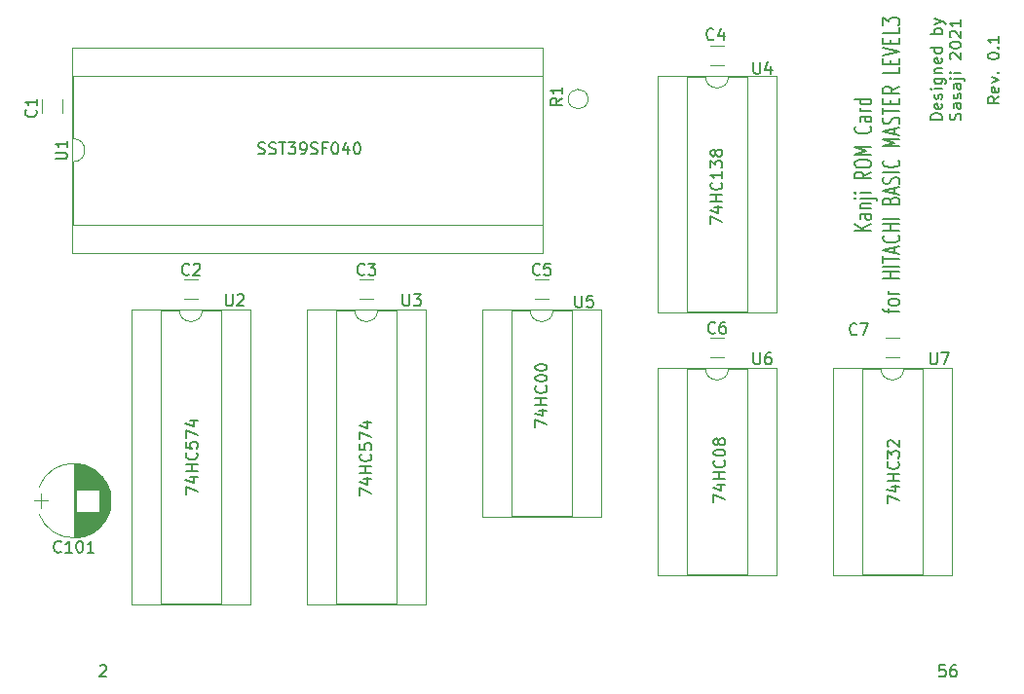
<source format=gbr>
G04 #@! TF.GenerationSoftware,KiCad,Pcbnew,(5.1.8)-1*
G04 #@! TF.CreationDate,2021-03-23T16:42:47+09:00*
G04 #@! TF.ProjectId,NEW_KANJI_ROM,4e45575f-4b41-44e4-9a49-5f524f4d2e6b,rev?*
G04 #@! TF.SameCoordinates,PX312c610PY9b45830*
G04 #@! TF.FileFunction,Legend,Top*
G04 #@! TF.FilePolarity,Positive*
%FSLAX46Y46*%
G04 Gerber Fmt 4.6, Leading zero omitted, Abs format (unit mm)*
G04 Created by KiCad (PCBNEW (5.1.8)-1) date 2021-03-23 16:42:47*
%MOMM*%
%LPD*%
G01*
G04 APERTURE LIST*
%ADD10C,0.150000*%
%ADD11C,0.200000*%
%ADD12C,0.120000*%
G04 APERTURE END LIST*
D10*
X81035380Y61325667D02*
X80035380Y61325667D01*
X80035380Y61563762D01*
X80083000Y61706620D01*
X80178238Y61801858D01*
X80273476Y61849477D01*
X80463952Y61897096D01*
X80606809Y61897096D01*
X80797285Y61849477D01*
X80892523Y61801858D01*
X80987761Y61706620D01*
X81035380Y61563762D01*
X81035380Y61325667D01*
X80987761Y62706620D02*
X81035380Y62611381D01*
X81035380Y62420905D01*
X80987761Y62325667D01*
X80892523Y62278048D01*
X80511571Y62278048D01*
X80416333Y62325667D01*
X80368714Y62420905D01*
X80368714Y62611381D01*
X80416333Y62706620D01*
X80511571Y62754239D01*
X80606809Y62754239D01*
X80702047Y62278048D01*
X80987761Y63135191D02*
X81035380Y63230429D01*
X81035380Y63420905D01*
X80987761Y63516143D01*
X80892523Y63563762D01*
X80844904Y63563762D01*
X80749666Y63516143D01*
X80702047Y63420905D01*
X80702047Y63278048D01*
X80654428Y63182810D01*
X80559190Y63135191D01*
X80511571Y63135191D01*
X80416333Y63182810D01*
X80368714Y63278048D01*
X80368714Y63420905D01*
X80416333Y63516143D01*
X81035380Y63992334D02*
X80368714Y63992334D01*
X80035380Y63992334D02*
X80083000Y63944715D01*
X80130619Y63992334D01*
X80083000Y64039953D01*
X80035380Y63992334D01*
X80130619Y63992334D01*
X80368714Y64897096D02*
X81178238Y64897096D01*
X81273476Y64849477D01*
X81321095Y64801858D01*
X81368714Y64706620D01*
X81368714Y64563762D01*
X81321095Y64468524D01*
X80987761Y64897096D02*
X81035380Y64801858D01*
X81035380Y64611381D01*
X80987761Y64516143D01*
X80940142Y64468524D01*
X80844904Y64420905D01*
X80559190Y64420905D01*
X80463952Y64468524D01*
X80416333Y64516143D01*
X80368714Y64611381D01*
X80368714Y64801858D01*
X80416333Y64897096D01*
X80368714Y65373286D02*
X81035380Y65373286D01*
X80463952Y65373286D02*
X80416333Y65420905D01*
X80368714Y65516143D01*
X80368714Y65659000D01*
X80416333Y65754239D01*
X80511571Y65801858D01*
X81035380Y65801858D01*
X80987761Y66659000D02*
X81035380Y66563762D01*
X81035380Y66373286D01*
X80987761Y66278048D01*
X80892523Y66230429D01*
X80511571Y66230429D01*
X80416333Y66278048D01*
X80368714Y66373286D01*
X80368714Y66563762D01*
X80416333Y66659000D01*
X80511571Y66706620D01*
X80606809Y66706620D01*
X80702047Y66230429D01*
X81035380Y67563762D02*
X80035380Y67563762D01*
X80987761Y67563762D02*
X81035380Y67468524D01*
X81035380Y67278048D01*
X80987761Y67182810D01*
X80940142Y67135191D01*
X80844904Y67087572D01*
X80559190Y67087572D01*
X80463952Y67135191D01*
X80416333Y67182810D01*
X80368714Y67278048D01*
X80368714Y67468524D01*
X80416333Y67563762D01*
X81035380Y68801858D02*
X80035380Y68801858D01*
X80416333Y68801858D02*
X80368714Y68897096D01*
X80368714Y69087572D01*
X80416333Y69182810D01*
X80463952Y69230429D01*
X80559190Y69278048D01*
X80844904Y69278048D01*
X80940142Y69230429D01*
X80987761Y69182810D01*
X81035380Y69087572D01*
X81035380Y68897096D01*
X80987761Y68801858D01*
X80368714Y69611381D02*
X81035380Y69849477D01*
X80368714Y70087572D02*
X81035380Y69849477D01*
X81273476Y69754239D01*
X81321095Y69706620D01*
X81368714Y69611381D01*
X82637761Y61301858D02*
X82685380Y61444715D01*
X82685380Y61682810D01*
X82637761Y61778048D01*
X82590142Y61825667D01*
X82494904Y61873286D01*
X82399666Y61873286D01*
X82304428Y61825667D01*
X82256809Y61778048D01*
X82209190Y61682810D01*
X82161571Y61492334D01*
X82113952Y61397096D01*
X82066333Y61349477D01*
X81971095Y61301858D01*
X81875857Y61301858D01*
X81780619Y61349477D01*
X81733000Y61397096D01*
X81685380Y61492334D01*
X81685380Y61730429D01*
X81733000Y61873286D01*
X82685380Y62730429D02*
X82161571Y62730429D01*
X82066333Y62682810D01*
X82018714Y62587572D01*
X82018714Y62397096D01*
X82066333Y62301858D01*
X82637761Y62730429D02*
X82685380Y62635191D01*
X82685380Y62397096D01*
X82637761Y62301858D01*
X82542523Y62254239D01*
X82447285Y62254239D01*
X82352047Y62301858D01*
X82304428Y62397096D01*
X82304428Y62635191D01*
X82256809Y62730429D01*
X82637761Y63159000D02*
X82685380Y63254239D01*
X82685380Y63444715D01*
X82637761Y63539953D01*
X82542523Y63587572D01*
X82494904Y63587572D01*
X82399666Y63539953D01*
X82352047Y63444715D01*
X82352047Y63301858D01*
X82304428Y63206620D01*
X82209190Y63159000D01*
X82161571Y63159000D01*
X82066333Y63206620D01*
X82018714Y63301858D01*
X82018714Y63444715D01*
X82066333Y63539953D01*
X82685380Y64444715D02*
X82161571Y64444715D01*
X82066333Y64397096D01*
X82018714Y64301858D01*
X82018714Y64111381D01*
X82066333Y64016143D01*
X82637761Y64444715D02*
X82685380Y64349477D01*
X82685380Y64111381D01*
X82637761Y64016143D01*
X82542523Y63968524D01*
X82447285Y63968524D01*
X82352047Y64016143D01*
X82304428Y64111381D01*
X82304428Y64349477D01*
X82256809Y64444715D01*
X82018714Y64920905D02*
X82875857Y64920905D01*
X82971095Y64873286D01*
X83018714Y64778048D01*
X83018714Y64730429D01*
X81685380Y64920905D02*
X81733000Y64873286D01*
X81780619Y64920905D01*
X81733000Y64968524D01*
X81685380Y64920905D01*
X81780619Y64920905D01*
X82685380Y65397096D02*
X82018714Y65397096D01*
X81685380Y65397096D02*
X81733000Y65349477D01*
X81780619Y65397096D01*
X81733000Y65444715D01*
X81685380Y65397096D01*
X81780619Y65397096D01*
X81780619Y66587572D02*
X81733000Y66635191D01*
X81685380Y66730429D01*
X81685380Y66968524D01*
X81733000Y67063762D01*
X81780619Y67111381D01*
X81875857Y67159000D01*
X81971095Y67159000D01*
X82113952Y67111381D01*
X82685380Y66539953D01*
X82685380Y67159000D01*
X81685380Y67778048D02*
X81685380Y67873286D01*
X81733000Y67968524D01*
X81780619Y68016143D01*
X81875857Y68063762D01*
X82066333Y68111381D01*
X82304428Y68111381D01*
X82494904Y68063762D01*
X82590142Y68016143D01*
X82637761Y67968524D01*
X82685380Y67873286D01*
X82685380Y67778048D01*
X82637761Y67682810D01*
X82590142Y67635191D01*
X82494904Y67587572D01*
X82304428Y67539953D01*
X82066333Y67539953D01*
X81875857Y67587572D01*
X81780619Y67635191D01*
X81733000Y67682810D01*
X81685380Y67778048D01*
X81780619Y68492334D02*
X81733000Y68539953D01*
X81685380Y68635191D01*
X81685380Y68873286D01*
X81733000Y68968524D01*
X81780619Y69016143D01*
X81875857Y69063762D01*
X81971095Y69063762D01*
X82113952Y69016143D01*
X82685380Y68444715D01*
X82685380Y69063762D01*
X82685380Y70016143D02*
X82685380Y69444715D01*
X82685380Y69730429D02*
X81685380Y69730429D01*
X81828238Y69635191D01*
X81923476Y69539953D01*
X81971095Y69444715D01*
X85985380Y63349477D02*
X85509190Y63016143D01*
X85985380Y62778048D02*
X84985380Y62778048D01*
X84985380Y63159000D01*
X85033000Y63254239D01*
X85080619Y63301858D01*
X85175857Y63349477D01*
X85318714Y63349477D01*
X85413952Y63301858D01*
X85461571Y63254239D01*
X85509190Y63159000D01*
X85509190Y62778048D01*
X85937761Y64159000D02*
X85985380Y64063762D01*
X85985380Y63873286D01*
X85937761Y63778048D01*
X85842523Y63730429D01*
X85461571Y63730429D01*
X85366333Y63778048D01*
X85318714Y63873286D01*
X85318714Y64063762D01*
X85366333Y64159000D01*
X85461571Y64206620D01*
X85556809Y64206620D01*
X85652047Y63730429D01*
X85318714Y64539953D02*
X85985380Y64778048D01*
X85318714Y65016143D01*
X85890142Y65397096D02*
X85937761Y65444715D01*
X85985380Y65397096D01*
X85937761Y65349477D01*
X85890142Y65397096D01*
X85985380Y65397096D01*
X84985380Y66825667D02*
X84985380Y66920905D01*
X85033000Y67016143D01*
X85080619Y67063762D01*
X85175857Y67111381D01*
X85366333Y67159000D01*
X85604428Y67159000D01*
X85794904Y67111381D01*
X85890142Y67063762D01*
X85937761Y67016143D01*
X85985380Y66920905D01*
X85985380Y66825667D01*
X85937761Y66730429D01*
X85890142Y66682810D01*
X85794904Y66635191D01*
X85604428Y66587572D01*
X85366333Y66587572D01*
X85175857Y66635191D01*
X85080619Y66682810D01*
X85033000Y66730429D01*
X84985380Y66825667D01*
X85890142Y67587572D02*
X85937761Y67635191D01*
X85985380Y67587572D01*
X85937761Y67539953D01*
X85890142Y67587572D01*
X85985380Y67587572D01*
X85985380Y68587572D02*
X85985380Y68016143D01*
X85985380Y68301858D02*
X84985380Y68301858D01*
X85128238Y68206620D01*
X85223476Y68111381D01*
X85271095Y68016143D01*
D11*
X74891571Y51689715D02*
X73391571Y51689715D01*
X74891571Y52261143D02*
X74034428Y51832572D01*
X73391571Y52261143D02*
X74248714Y51689715D01*
X74891571Y53118286D02*
X74105857Y53118286D01*
X73963000Y53070667D01*
X73891571Y52975429D01*
X73891571Y52784953D01*
X73963000Y52689715D01*
X74820142Y53118286D02*
X74891571Y53023048D01*
X74891571Y52784953D01*
X74820142Y52689715D01*
X74677285Y52642096D01*
X74534428Y52642096D01*
X74391571Y52689715D01*
X74320142Y52784953D01*
X74320142Y53023048D01*
X74248714Y53118286D01*
X73891571Y53594477D02*
X74891571Y53594477D01*
X74034428Y53594477D02*
X73963000Y53642096D01*
X73891571Y53737334D01*
X73891571Y53880191D01*
X73963000Y53975429D01*
X74105857Y54023048D01*
X74891571Y54023048D01*
X73891571Y54499239D02*
X75177285Y54499239D01*
X75320142Y54451620D01*
X75391571Y54356381D01*
X75391571Y54308762D01*
X73391571Y54499239D02*
X73463000Y54451620D01*
X73534428Y54499239D01*
X73463000Y54546858D01*
X73391571Y54499239D01*
X73534428Y54499239D01*
X74891571Y54975429D02*
X73891571Y54975429D01*
X73391571Y54975429D02*
X73463000Y54927810D01*
X73534428Y54975429D01*
X73463000Y55023048D01*
X73391571Y54975429D01*
X73534428Y54975429D01*
X74891571Y56784953D02*
X74177285Y56451620D01*
X74891571Y56213524D02*
X73391571Y56213524D01*
X73391571Y56594477D01*
X73463000Y56689715D01*
X73534428Y56737334D01*
X73677285Y56784953D01*
X73891571Y56784953D01*
X74034428Y56737334D01*
X74105857Y56689715D01*
X74177285Y56594477D01*
X74177285Y56213524D01*
X73391571Y57404000D02*
X73391571Y57594477D01*
X73463000Y57689715D01*
X73605857Y57784953D01*
X73891571Y57832572D01*
X74391571Y57832572D01*
X74677285Y57784953D01*
X74820142Y57689715D01*
X74891571Y57594477D01*
X74891571Y57404000D01*
X74820142Y57308762D01*
X74677285Y57213524D01*
X74391571Y57165905D01*
X73891571Y57165905D01*
X73605857Y57213524D01*
X73463000Y57308762D01*
X73391571Y57404000D01*
X74891571Y58261143D02*
X73391571Y58261143D01*
X74463000Y58594477D01*
X73391571Y58927810D01*
X74891571Y58927810D01*
X74748714Y60737334D02*
X74820142Y60689715D01*
X74891571Y60546858D01*
X74891571Y60451620D01*
X74820142Y60308762D01*
X74677285Y60213524D01*
X74534428Y60165905D01*
X74248714Y60118286D01*
X74034428Y60118286D01*
X73748714Y60165905D01*
X73605857Y60213524D01*
X73463000Y60308762D01*
X73391571Y60451620D01*
X73391571Y60546858D01*
X73463000Y60689715D01*
X73534428Y60737334D01*
X74891571Y61594477D02*
X74105857Y61594477D01*
X73963000Y61546858D01*
X73891571Y61451620D01*
X73891571Y61261143D01*
X73963000Y61165905D01*
X74820142Y61594477D02*
X74891571Y61499239D01*
X74891571Y61261143D01*
X74820142Y61165905D01*
X74677285Y61118286D01*
X74534428Y61118286D01*
X74391571Y61165905D01*
X74320142Y61261143D01*
X74320142Y61499239D01*
X74248714Y61594477D01*
X74891571Y62070667D02*
X73891571Y62070667D01*
X74177285Y62070667D02*
X74034428Y62118286D01*
X73963000Y62165905D01*
X73891571Y62261143D01*
X73891571Y62356381D01*
X74891571Y63118286D02*
X73391571Y63118286D01*
X74820142Y63118286D02*
X74891571Y63023048D01*
X74891571Y62832572D01*
X74820142Y62737334D01*
X74748714Y62689715D01*
X74605857Y62642096D01*
X74177285Y62642096D01*
X74034428Y62689715D01*
X73963000Y62737334D01*
X73891571Y62832572D01*
X73891571Y63023048D01*
X73963000Y63118286D01*
X76341571Y44523048D02*
X76341571Y44904000D01*
X77341571Y44665905D02*
X76055857Y44665905D01*
X75913000Y44713524D01*
X75841571Y44808762D01*
X75841571Y44904000D01*
X77341571Y45380191D02*
X77270142Y45284953D01*
X77198714Y45237334D01*
X77055857Y45189715D01*
X76627285Y45189715D01*
X76484428Y45237334D01*
X76413000Y45284953D01*
X76341571Y45380191D01*
X76341571Y45523048D01*
X76413000Y45618286D01*
X76484428Y45665905D01*
X76627285Y45713524D01*
X77055857Y45713524D01*
X77198714Y45665905D01*
X77270142Y45618286D01*
X77341571Y45523048D01*
X77341571Y45380191D01*
X77341571Y46142096D02*
X76341571Y46142096D01*
X76627285Y46142096D02*
X76484428Y46189715D01*
X76413000Y46237334D01*
X76341571Y46332572D01*
X76341571Y46427810D01*
X77341571Y47523048D02*
X75841571Y47523048D01*
X76555857Y47523048D02*
X76555857Y48094477D01*
X77341571Y48094477D02*
X75841571Y48094477D01*
X77341571Y48570667D02*
X75841571Y48570667D01*
X75841571Y48904000D02*
X75841571Y49475429D01*
X77341571Y49189715D02*
X75841571Y49189715D01*
X76913000Y49761143D02*
X76913000Y50237334D01*
X77341571Y49665905D02*
X75841571Y49999239D01*
X77341571Y50332572D01*
X77198714Y51237334D02*
X77270142Y51189715D01*
X77341571Y51046858D01*
X77341571Y50951620D01*
X77270142Y50808762D01*
X77127285Y50713524D01*
X76984428Y50665905D01*
X76698714Y50618286D01*
X76484428Y50618286D01*
X76198714Y50665905D01*
X76055857Y50713524D01*
X75913000Y50808762D01*
X75841571Y50951620D01*
X75841571Y51046858D01*
X75913000Y51189715D01*
X75984428Y51237334D01*
X77341571Y51665905D02*
X75841571Y51665905D01*
X76555857Y51665905D02*
X76555857Y52237334D01*
X77341571Y52237334D02*
X75841571Y52237334D01*
X77341571Y52713524D02*
X75841571Y52713524D01*
X76555857Y54284953D02*
X76627285Y54427810D01*
X76698714Y54475429D01*
X76841571Y54523048D01*
X77055857Y54523048D01*
X77198714Y54475429D01*
X77270142Y54427810D01*
X77341571Y54332572D01*
X77341571Y53951620D01*
X75841571Y53951620D01*
X75841571Y54284953D01*
X75913000Y54380191D01*
X75984428Y54427810D01*
X76127285Y54475429D01*
X76270142Y54475429D01*
X76413000Y54427810D01*
X76484428Y54380191D01*
X76555857Y54284953D01*
X76555857Y53951620D01*
X76913000Y54904000D02*
X76913000Y55380191D01*
X77341571Y54808762D02*
X75841571Y55142096D01*
X77341571Y55475429D01*
X77270142Y55761143D02*
X77341571Y55904000D01*
X77341571Y56142096D01*
X77270142Y56237334D01*
X77198714Y56284953D01*
X77055857Y56332572D01*
X76913000Y56332572D01*
X76770142Y56284953D01*
X76698714Y56237334D01*
X76627285Y56142096D01*
X76555857Y55951620D01*
X76484428Y55856381D01*
X76413000Y55808762D01*
X76270142Y55761143D01*
X76127285Y55761143D01*
X75984428Y55808762D01*
X75913000Y55856381D01*
X75841571Y55951620D01*
X75841571Y56189715D01*
X75913000Y56332572D01*
X77341571Y56761143D02*
X75841571Y56761143D01*
X77198714Y57808762D02*
X77270142Y57761143D01*
X77341571Y57618286D01*
X77341571Y57523048D01*
X77270142Y57380191D01*
X77127285Y57284953D01*
X76984428Y57237334D01*
X76698714Y57189715D01*
X76484428Y57189715D01*
X76198714Y57237334D01*
X76055857Y57284953D01*
X75913000Y57380191D01*
X75841571Y57523048D01*
X75841571Y57618286D01*
X75913000Y57761143D01*
X75984428Y57808762D01*
X77341571Y58999239D02*
X75841571Y58999239D01*
X76913000Y59332572D01*
X75841571Y59665905D01*
X77341571Y59665905D01*
X76913000Y60094477D02*
X76913000Y60570667D01*
X77341571Y59999239D02*
X75841571Y60332572D01*
X77341571Y60665905D01*
X77270142Y60951620D02*
X77341571Y61094477D01*
X77341571Y61332572D01*
X77270142Y61427810D01*
X77198714Y61475429D01*
X77055857Y61523048D01*
X76913000Y61523048D01*
X76770142Y61475429D01*
X76698714Y61427810D01*
X76627285Y61332572D01*
X76555857Y61142096D01*
X76484428Y61046858D01*
X76413000Y60999239D01*
X76270142Y60951620D01*
X76127285Y60951620D01*
X75984428Y60999239D01*
X75913000Y61046858D01*
X75841571Y61142096D01*
X75841571Y61380191D01*
X75913000Y61523048D01*
X75841571Y61808762D02*
X75841571Y62380191D01*
X77341571Y62094477D02*
X75841571Y62094477D01*
X76555857Y62713524D02*
X76555857Y63046858D01*
X77341571Y63189715D02*
X77341571Y62713524D01*
X75841571Y62713524D01*
X75841571Y63189715D01*
X77341571Y64189715D02*
X76627285Y63856381D01*
X77341571Y63618286D02*
X75841571Y63618286D01*
X75841571Y63999239D01*
X75913000Y64094477D01*
X75984428Y64142096D01*
X76127285Y64189715D01*
X76341571Y64189715D01*
X76484428Y64142096D01*
X76555857Y64094477D01*
X76627285Y63999239D01*
X76627285Y63618286D01*
X77341571Y65856381D02*
X77341571Y65380191D01*
X75841571Y65380191D01*
X76555857Y66189715D02*
X76555857Y66523048D01*
X77341571Y66665905D02*
X77341571Y66189715D01*
X75841571Y66189715D01*
X75841571Y66665905D01*
X75841571Y66951620D02*
X77341571Y67284953D01*
X75841571Y67618286D01*
X76555857Y67951620D02*
X76555857Y68284953D01*
X77341571Y68427810D02*
X77341571Y67951620D01*
X75841571Y67951620D01*
X75841571Y68427810D01*
X77341571Y69332572D02*
X77341571Y68856381D01*
X75841571Y68856381D01*
X75841571Y69570667D02*
X75841571Y70189715D01*
X76413000Y69856381D01*
X76413000Y69999239D01*
X76484428Y70094477D01*
X76555857Y70142096D01*
X76698714Y70189715D01*
X77055857Y70189715D01*
X77198714Y70142096D01*
X77270142Y70094477D01*
X77341571Y69999239D01*
X77341571Y69713524D01*
X77270142Y69618286D01*
X77198714Y69570667D01*
D12*
X36128000Y44824000D02*
X25848000Y44824000D01*
X36128000Y19184000D02*
X36128000Y44824000D01*
X25848000Y19184000D02*
X36128000Y19184000D01*
X25848000Y44824000D02*
X25848000Y19184000D01*
X33638000Y44764000D02*
X31988000Y44764000D01*
X33638000Y19244000D02*
X33638000Y44764000D01*
X28338000Y19244000D02*
X33638000Y19244000D01*
X28338000Y44764000D02*
X28338000Y19244000D01*
X29988000Y44764000D02*
X28338000Y44764000D01*
X31988000Y44764000D02*
G75*
G02*
X29988000Y44764000I-1000000J0D01*
G01*
X5528000Y57674000D02*
X5528000Y52214000D01*
X5528000Y52214000D02*
X46288000Y52214000D01*
X46288000Y52214000D02*
X46288000Y65134000D01*
X46288000Y65134000D02*
X5528000Y65134000D01*
X5528000Y65134000D02*
X5528000Y59674000D01*
X5468000Y49724000D02*
X46348000Y49724000D01*
X46348000Y49724000D02*
X46348000Y67624000D01*
X46348000Y67624000D02*
X5468000Y67624000D01*
X5468000Y67624000D02*
X5468000Y49724000D01*
X5528000Y59674000D02*
G75*
G02*
X5528000Y57674000I0J-1000000D01*
G01*
X81848000Y39744000D02*
X71568000Y39744000D01*
X81848000Y21724000D02*
X81848000Y39744000D01*
X71568000Y21724000D02*
X81848000Y21724000D01*
X71568000Y39744000D02*
X71568000Y21724000D01*
X79358000Y39684000D02*
X77708000Y39684000D01*
X79358000Y21784000D02*
X79358000Y39684000D01*
X74058000Y21784000D02*
X79358000Y21784000D01*
X74058000Y39684000D02*
X74058000Y21784000D01*
X75708000Y39684000D02*
X74058000Y39684000D01*
X77708000Y39684000D02*
G75*
G02*
X75708000Y39684000I-1000000J0D01*
G01*
X66608000Y39744000D02*
X56328000Y39744000D01*
X66608000Y21724000D02*
X66608000Y39744000D01*
X56328000Y21724000D02*
X66608000Y21724000D01*
X56328000Y39744000D02*
X56328000Y21724000D01*
X64118000Y39684000D02*
X62468000Y39684000D01*
X64118000Y21784000D02*
X64118000Y39684000D01*
X58818000Y21784000D02*
X64118000Y21784000D01*
X58818000Y39684000D02*
X58818000Y21784000D01*
X60468000Y39684000D02*
X58818000Y39684000D01*
X62468000Y39684000D02*
G75*
G02*
X60468000Y39684000I-1000000J0D01*
G01*
X51368000Y44824000D02*
X41088000Y44824000D01*
X51368000Y26804000D02*
X51368000Y44824000D01*
X41088000Y26804000D02*
X51368000Y26804000D01*
X41088000Y44824000D02*
X41088000Y26804000D01*
X48878000Y44764000D02*
X47228000Y44764000D01*
X48878000Y26864000D02*
X48878000Y44764000D01*
X43578000Y26864000D02*
X48878000Y26864000D01*
X43578000Y44764000D02*
X43578000Y26864000D01*
X45228000Y44764000D02*
X43578000Y44764000D01*
X47228000Y44764000D02*
G75*
G02*
X45228000Y44764000I-1000000J0D01*
G01*
X66608000Y65144000D02*
X56328000Y65144000D01*
X66608000Y44584000D02*
X66608000Y65144000D01*
X56328000Y44584000D02*
X66608000Y44584000D01*
X56328000Y65144000D02*
X56328000Y44584000D01*
X64118000Y65084000D02*
X62468000Y65084000D01*
X64118000Y44644000D02*
X64118000Y65084000D01*
X58818000Y44644000D02*
X64118000Y44644000D01*
X58818000Y65084000D02*
X58818000Y44644000D01*
X60468000Y65084000D02*
X58818000Y65084000D01*
X62468000Y65084000D02*
G75*
G02*
X60468000Y65084000I-1000000J0D01*
G01*
X20888000Y44824000D02*
X10608000Y44824000D01*
X20888000Y19184000D02*
X20888000Y44824000D01*
X10608000Y19184000D02*
X20888000Y19184000D01*
X10608000Y44824000D02*
X10608000Y19184000D01*
X18398000Y44764000D02*
X16748000Y44764000D01*
X18398000Y19244000D02*
X18398000Y44764000D01*
X13098000Y19244000D02*
X18398000Y19244000D01*
X13098000Y44764000D02*
X13098000Y19244000D01*
X14748000Y44764000D02*
X13098000Y44764000D01*
X16748000Y44764000D02*
G75*
G02*
X14748000Y44764000I-1000000J0D01*
G01*
X49403000Y63979000D02*
X49403000Y64019000D01*
X50263000Y63119000D02*
G75*
G03*
X50263000Y63119000I-860000J0D01*
G01*
X77275000Y42390000D02*
X76101000Y42390000D01*
X77275000Y40668000D02*
X76101000Y40668000D01*
X62075000Y42390000D02*
X60901000Y42390000D01*
X62075000Y40668000D02*
X60901000Y40668000D01*
X46835000Y47470000D02*
X45661000Y47470000D01*
X46835000Y45748000D02*
X45661000Y45748000D01*
X62075000Y67790000D02*
X60901000Y67790000D01*
X62075000Y66068000D02*
X60901000Y66068000D01*
X31595000Y47470000D02*
X30421000Y47470000D01*
X31595000Y45748000D02*
X30421000Y45748000D01*
X16355000Y47470000D02*
X15181000Y47470000D01*
X16355000Y45748000D02*
X15181000Y45748000D01*
X5568000Y31394000D02*
X5568000Y24994000D01*
X5608000Y31394000D02*
X5608000Y24994000D01*
X5648000Y31394000D02*
X5648000Y24994000D01*
X5688000Y31392000D02*
X5688000Y24996000D01*
X5728000Y31391000D02*
X5728000Y24997000D01*
X5768000Y31388000D02*
X5768000Y25000000D01*
X5808000Y31386000D02*
X5808000Y25002000D01*
X5848000Y31382000D02*
X5848000Y29174000D01*
X5848000Y27214000D02*
X5848000Y25006000D01*
X5888000Y31379000D02*
X5888000Y29174000D01*
X5888000Y27214000D02*
X5888000Y25009000D01*
X5928000Y31374000D02*
X5928000Y29174000D01*
X5928000Y27214000D02*
X5928000Y25014000D01*
X5968000Y31370000D02*
X5968000Y29174000D01*
X5968000Y27214000D02*
X5968000Y25018000D01*
X6008000Y31364000D02*
X6008000Y29174000D01*
X6008000Y27214000D02*
X6008000Y25024000D01*
X6048000Y31359000D02*
X6048000Y29174000D01*
X6048000Y27214000D02*
X6048000Y25029000D01*
X6088000Y31352000D02*
X6088000Y29174000D01*
X6088000Y27214000D02*
X6088000Y25036000D01*
X6128000Y31346000D02*
X6128000Y29174000D01*
X6128000Y27214000D02*
X6128000Y25042000D01*
X6168000Y31338000D02*
X6168000Y29174000D01*
X6168000Y27214000D02*
X6168000Y25050000D01*
X6208000Y31331000D02*
X6208000Y29174000D01*
X6208000Y27214000D02*
X6208000Y25057000D01*
X6248000Y31322000D02*
X6248000Y29174000D01*
X6248000Y27214000D02*
X6248000Y25066000D01*
X6289000Y31313000D02*
X6289000Y29174000D01*
X6289000Y27214000D02*
X6289000Y25075000D01*
X6329000Y31304000D02*
X6329000Y29174000D01*
X6329000Y27214000D02*
X6329000Y25084000D01*
X6369000Y31294000D02*
X6369000Y29174000D01*
X6369000Y27214000D02*
X6369000Y25094000D01*
X6409000Y31284000D02*
X6409000Y29174000D01*
X6409000Y27214000D02*
X6409000Y25104000D01*
X6449000Y31273000D02*
X6449000Y29174000D01*
X6449000Y27214000D02*
X6449000Y25115000D01*
X6489000Y31261000D02*
X6489000Y29174000D01*
X6489000Y27214000D02*
X6489000Y25127000D01*
X6529000Y31249000D02*
X6529000Y29174000D01*
X6529000Y27214000D02*
X6529000Y25139000D01*
X6569000Y31236000D02*
X6569000Y29174000D01*
X6569000Y27214000D02*
X6569000Y25152000D01*
X6609000Y31223000D02*
X6609000Y29174000D01*
X6609000Y27214000D02*
X6609000Y25165000D01*
X6649000Y31209000D02*
X6649000Y29174000D01*
X6649000Y27214000D02*
X6649000Y25179000D01*
X6689000Y31195000D02*
X6689000Y29174000D01*
X6689000Y27214000D02*
X6689000Y25193000D01*
X6729000Y31180000D02*
X6729000Y29174000D01*
X6729000Y27214000D02*
X6729000Y25208000D01*
X6769000Y31164000D02*
X6769000Y29174000D01*
X6769000Y27214000D02*
X6769000Y25224000D01*
X6809000Y31148000D02*
X6809000Y29174000D01*
X6809000Y27214000D02*
X6809000Y25240000D01*
X6849000Y31131000D02*
X6849000Y29174000D01*
X6849000Y27214000D02*
X6849000Y25257000D01*
X6889000Y31113000D02*
X6889000Y29174000D01*
X6889000Y27214000D02*
X6889000Y25275000D01*
X6929000Y31095000D02*
X6929000Y29174000D01*
X6929000Y27214000D02*
X6929000Y25293000D01*
X6969000Y31076000D02*
X6969000Y29174000D01*
X6969000Y27214000D02*
X6969000Y25312000D01*
X7009000Y31057000D02*
X7009000Y29174000D01*
X7009000Y27214000D02*
X7009000Y25331000D01*
X7049000Y31037000D02*
X7049000Y29174000D01*
X7049000Y27214000D02*
X7049000Y25351000D01*
X7089000Y31016000D02*
X7089000Y29174000D01*
X7089000Y27214000D02*
X7089000Y25372000D01*
X7129000Y30994000D02*
X7129000Y29174000D01*
X7129000Y27214000D02*
X7129000Y25394000D01*
X7169000Y30972000D02*
X7169000Y29174000D01*
X7169000Y27214000D02*
X7169000Y25416000D01*
X7209000Y30949000D02*
X7209000Y29174000D01*
X7209000Y27214000D02*
X7209000Y25439000D01*
X7249000Y30925000D02*
X7249000Y29174000D01*
X7249000Y27214000D02*
X7249000Y25463000D01*
X7289000Y30900000D02*
X7289000Y29174000D01*
X7289000Y27214000D02*
X7289000Y25488000D01*
X7329000Y30875000D02*
X7329000Y29174000D01*
X7329000Y27214000D02*
X7329000Y25513000D01*
X7369000Y30848000D02*
X7369000Y29174000D01*
X7369000Y27214000D02*
X7369000Y25540000D01*
X7409000Y30821000D02*
X7409000Y29174000D01*
X7409000Y27214000D02*
X7409000Y25567000D01*
X7449000Y30793000D02*
X7449000Y29174000D01*
X7449000Y27214000D02*
X7449000Y25595000D01*
X7489000Y30764000D02*
X7489000Y29174000D01*
X7489000Y27214000D02*
X7489000Y25624000D01*
X7529000Y30734000D02*
X7529000Y29174000D01*
X7529000Y27214000D02*
X7529000Y25654000D01*
X7569000Y30704000D02*
X7569000Y29174000D01*
X7569000Y27214000D02*
X7569000Y25684000D01*
X7609000Y30672000D02*
X7609000Y29174000D01*
X7609000Y27214000D02*
X7609000Y25716000D01*
X7649000Y30639000D02*
X7649000Y29174000D01*
X7649000Y27214000D02*
X7649000Y25749000D01*
X7689000Y30605000D02*
X7689000Y29174000D01*
X7689000Y27214000D02*
X7689000Y25783000D01*
X7729000Y30569000D02*
X7729000Y29174000D01*
X7729000Y27214000D02*
X7729000Y25819000D01*
X7769000Y30533000D02*
X7769000Y29174000D01*
X7769000Y27214000D02*
X7769000Y25855000D01*
X7809000Y30495000D02*
X7809000Y25893000D01*
X7849000Y30456000D02*
X7849000Y25932000D01*
X7889000Y30416000D02*
X7889000Y25972000D01*
X7929000Y30374000D02*
X7929000Y26014000D01*
X7969000Y30331000D02*
X7969000Y26057000D01*
X8009000Y30286000D02*
X8009000Y26102000D01*
X8049000Y30239000D02*
X8049000Y26149000D01*
X8089000Y30191000D02*
X8089000Y26197000D01*
X8129000Y30140000D02*
X8129000Y26248000D01*
X8169000Y30088000D02*
X8169000Y26300000D01*
X8209000Y30033000D02*
X8209000Y26355000D01*
X8249000Y29975000D02*
X8249000Y26413000D01*
X8289000Y29915000D02*
X8289000Y26473000D01*
X8329000Y29852000D02*
X8329000Y26536000D01*
X8369000Y29785000D02*
X8369000Y26603000D01*
X8409000Y29714000D02*
X8409000Y26674000D01*
X8449000Y29639000D02*
X8449000Y26749000D01*
X8489000Y29558000D02*
X8489000Y26830000D01*
X8529000Y29472000D02*
X8529000Y26916000D01*
X8569000Y29378000D02*
X8569000Y27010000D01*
X8609000Y29275000D02*
X8609000Y27113000D01*
X8649000Y29160000D02*
X8649000Y27228000D01*
X8689000Y29028000D02*
X8689000Y27360000D01*
X8729000Y28870000D02*
X8729000Y27518000D01*
X8769000Y28662000D02*
X8769000Y27726000D01*
X2118000Y28194000D02*
X3318000Y28194000D01*
X2718000Y28844000D02*
X2718000Y27544000D01*
X8585820Y29373136D02*
G75*
G03*
X2550518Y29374000I-3017820J-1179136D01*
G01*
X8585820Y27014864D02*
G75*
G02*
X2550518Y27014000I-3017820J1179136D01*
G01*
X8585820Y27014864D02*
G75*
G03*
X8585482Y29374000I-3017820J1179136D01*
G01*
X4544000Y63091000D02*
X4544000Y61917000D01*
X2822000Y63091000D02*
X2822000Y61917000D01*
D10*
X81295904Y13882620D02*
X80819714Y13882620D01*
X80772095Y13406429D01*
X80819714Y13454048D01*
X80914952Y13501667D01*
X81153047Y13501667D01*
X81248285Y13454048D01*
X81295904Y13406429D01*
X81343523Y13311191D01*
X81343523Y13073096D01*
X81295904Y12977858D01*
X81248285Y12930239D01*
X81153047Y12882620D01*
X80914952Y12882620D01*
X80819714Y12930239D01*
X80772095Y12977858D01*
X82200666Y13882620D02*
X82010190Y13882620D01*
X81914952Y13835000D01*
X81867333Y13787381D01*
X81772095Y13644524D01*
X81724476Y13454048D01*
X81724476Y13073096D01*
X81772095Y12977858D01*
X81819714Y12930239D01*
X81914952Y12882620D01*
X82105428Y12882620D01*
X82200666Y12930239D01*
X82248285Y12977858D01*
X82295904Y13073096D01*
X82295904Y13311191D01*
X82248285Y13406429D01*
X82200666Y13454048D01*
X82105428Y13501667D01*
X81914952Y13501667D01*
X81819714Y13454048D01*
X81772095Y13406429D01*
X81724476Y13311191D01*
X7842285Y13787381D02*
X7889904Y13835000D01*
X7985142Y13882620D01*
X8223238Y13882620D01*
X8318476Y13835000D01*
X8366095Y13787381D01*
X8413714Y13692143D01*
X8413714Y13596905D01*
X8366095Y13454048D01*
X7794666Y12882620D01*
X8413714Y12882620D01*
X34163095Y46140620D02*
X34163095Y45331096D01*
X34210714Y45235858D01*
X34258333Y45188239D01*
X34353571Y45140620D01*
X34544047Y45140620D01*
X34639285Y45188239D01*
X34686904Y45235858D01*
X34734523Y45331096D01*
X34734523Y46140620D01*
X35115476Y46140620D02*
X35734523Y46140620D01*
X35401190Y45759667D01*
X35544047Y45759667D01*
X35639285Y45712048D01*
X35686904Y45664429D01*
X35734523Y45569191D01*
X35734523Y45331096D01*
X35686904Y45235858D01*
X35639285Y45188239D01*
X35544047Y45140620D01*
X35258333Y45140620D01*
X35163095Y45188239D01*
X35115476Y45235858D01*
X30440380Y28615096D02*
X30440380Y29281762D01*
X31440380Y28853191D01*
X30773714Y30091286D02*
X31440380Y30091286D01*
X30392761Y29853191D02*
X31107047Y29615096D01*
X31107047Y30234143D01*
X31440380Y30615096D02*
X30440380Y30615096D01*
X30916571Y30615096D02*
X30916571Y31186524D01*
X31440380Y31186524D02*
X30440380Y31186524D01*
X31345142Y32234143D02*
X31392761Y32186524D01*
X31440380Y32043667D01*
X31440380Y31948429D01*
X31392761Y31805572D01*
X31297523Y31710334D01*
X31202285Y31662715D01*
X31011809Y31615096D01*
X30868952Y31615096D01*
X30678476Y31662715D01*
X30583238Y31710334D01*
X30488000Y31805572D01*
X30440380Y31948429D01*
X30440380Y32043667D01*
X30488000Y32186524D01*
X30535619Y32234143D01*
X30440380Y33138905D02*
X30440380Y32662715D01*
X30916571Y32615096D01*
X30868952Y32662715D01*
X30821333Y32757953D01*
X30821333Y32996048D01*
X30868952Y33091286D01*
X30916571Y33138905D01*
X31011809Y33186524D01*
X31249904Y33186524D01*
X31345142Y33138905D01*
X31392761Y33091286D01*
X31440380Y32996048D01*
X31440380Y32757953D01*
X31392761Y32662715D01*
X31345142Y32615096D01*
X30440380Y33519858D02*
X30440380Y34186524D01*
X31440380Y33757953D01*
X30773714Y34996048D02*
X31440380Y34996048D01*
X30392761Y34757953D02*
X31107047Y34519858D01*
X31107047Y35138905D01*
X3980380Y57912096D02*
X4789904Y57912096D01*
X4885142Y57959715D01*
X4932761Y58007334D01*
X4980380Y58102572D01*
X4980380Y58293048D01*
X4932761Y58388286D01*
X4885142Y58435905D01*
X4789904Y58483524D01*
X3980380Y58483524D01*
X4980380Y59483524D02*
X4980380Y58912096D01*
X4980380Y59197810D02*
X3980380Y59197810D01*
X4123238Y59102572D01*
X4218476Y59007334D01*
X4266095Y58912096D01*
X21606428Y58396239D02*
X21749285Y58348620D01*
X21987380Y58348620D01*
X22082619Y58396239D01*
X22130238Y58443858D01*
X22177857Y58539096D01*
X22177857Y58634334D01*
X22130238Y58729572D01*
X22082619Y58777191D01*
X21987380Y58824810D01*
X21796904Y58872429D01*
X21701666Y58920048D01*
X21654047Y58967667D01*
X21606428Y59062905D01*
X21606428Y59158143D01*
X21654047Y59253381D01*
X21701666Y59301000D01*
X21796904Y59348620D01*
X22035000Y59348620D01*
X22177857Y59301000D01*
X22558809Y58396239D02*
X22701666Y58348620D01*
X22939761Y58348620D01*
X23035000Y58396239D01*
X23082619Y58443858D01*
X23130238Y58539096D01*
X23130238Y58634334D01*
X23082619Y58729572D01*
X23035000Y58777191D01*
X22939761Y58824810D01*
X22749285Y58872429D01*
X22654047Y58920048D01*
X22606428Y58967667D01*
X22558809Y59062905D01*
X22558809Y59158143D01*
X22606428Y59253381D01*
X22654047Y59301000D01*
X22749285Y59348620D01*
X22987380Y59348620D01*
X23130238Y59301000D01*
X23415952Y59348620D02*
X23987380Y59348620D01*
X23701666Y58348620D02*
X23701666Y59348620D01*
X24225476Y59348620D02*
X24844523Y59348620D01*
X24511190Y58967667D01*
X24654047Y58967667D01*
X24749285Y58920048D01*
X24796904Y58872429D01*
X24844523Y58777191D01*
X24844523Y58539096D01*
X24796904Y58443858D01*
X24749285Y58396239D01*
X24654047Y58348620D01*
X24368333Y58348620D01*
X24273095Y58396239D01*
X24225476Y58443858D01*
X25320714Y58348620D02*
X25511190Y58348620D01*
X25606428Y58396239D01*
X25654047Y58443858D01*
X25749285Y58586715D01*
X25796904Y58777191D01*
X25796904Y59158143D01*
X25749285Y59253381D01*
X25701666Y59301000D01*
X25606428Y59348620D01*
X25415952Y59348620D01*
X25320714Y59301000D01*
X25273095Y59253381D01*
X25225476Y59158143D01*
X25225476Y58920048D01*
X25273095Y58824810D01*
X25320714Y58777191D01*
X25415952Y58729572D01*
X25606428Y58729572D01*
X25701666Y58777191D01*
X25749285Y58824810D01*
X25796904Y58920048D01*
X26177857Y58396239D02*
X26320714Y58348620D01*
X26558809Y58348620D01*
X26654047Y58396239D01*
X26701666Y58443858D01*
X26749285Y58539096D01*
X26749285Y58634334D01*
X26701666Y58729572D01*
X26654047Y58777191D01*
X26558809Y58824810D01*
X26368333Y58872429D01*
X26273095Y58920048D01*
X26225476Y58967667D01*
X26177857Y59062905D01*
X26177857Y59158143D01*
X26225476Y59253381D01*
X26273095Y59301000D01*
X26368333Y59348620D01*
X26606428Y59348620D01*
X26749285Y59301000D01*
X27511190Y58872429D02*
X27177857Y58872429D01*
X27177857Y58348620D02*
X27177857Y59348620D01*
X27654047Y59348620D01*
X28225476Y59348620D02*
X28320714Y59348620D01*
X28415952Y59301000D01*
X28463571Y59253381D01*
X28511190Y59158143D01*
X28558809Y58967667D01*
X28558809Y58729572D01*
X28511190Y58539096D01*
X28463571Y58443858D01*
X28415952Y58396239D01*
X28320714Y58348620D01*
X28225476Y58348620D01*
X28130238Y58396239D01*
X28082619Y58443858D01*
X28035000Y58539096D01*
X27987380Y58729572D01*
X27987380Y58967667D01*
X28035000Y59158143D01*
X28082619Y59253381D01*
X28130238Y59301000D01*
X28225476Y59348620D01*
X29415952Y59015286D02*
X29415952Y58348620D01*
X29177857Y59396239D02*
X28939761Y58681953D01*
X29558809Y58681953D01*
X30130238Y59348620D02*
X30225476Y59348620D01*
X30320714Y59301000D01*
X30368333Y59253381D01*
X30415952Y59158143D01*
X30463571Y58967667D01*
X30463571Y58729572D01*
X30415952Y58539096D01*
X30368333Y58443858D01*
X30320714Y58396239D01*
X30225476Y58348620D01*
X30130238Y58348620D01*
X30035000Y58396239D01*
X29987380Y58443858D01*
X29939761Y58539096D01*
X29892142Y58729572D01*
X29892142Y58967667D01*
X29939761Y59158143D01*
X29987380Y59253381D01*
X30035000Y59301000D01*
X30130238Y59348620D01*
X80010095Y41060620D02*
X80010095Y40251096D01*
X80057714Y40155858D01*
X80105333Y40108239D01*
X80200571Y40060620D01*
X80391047Y40060620D01*
X80486285Y40108239D01*
X80533904Y40155858D01*
X80581523Y40251096D01*
X80581523Y41060620D01*
X80962476Y41060620D02*
X81629142Y41060620D01*
X81200571Y40060620D01*
X76287380Y27948286D02*
X76287380Y28614953D01*
X77287380Y28186381D01*
X76620714Y29424477D02*
X77287380Y29424477D01*
X76239761Y29186381D02*
X76954047Y28948286D01*
X76954047Y29567334D01*
X77287380Y29948286D02*
X76287380Y29948286D01*
X76763571Y29948286D02*
X76763571Y30519715D01*
X77287380Y30519715D02*
X76287380Y30519715D01*
X77192142Y31567334D02*
X77239761Y31519715D01*
X77287380Y31376858D01*
X77287380Y31281620D01*
X77239761Y31138762D01*
X77144523Y31043524D01*
X77049285Y30995905D01*
X76858809Y30948286D01*
X76715952Y30948286D01*
X76525476Y30995905D01*
X76430238Y31043524D01*
X76335000Y31138762D01*
X76287380Y31281620D01*
X76287380Y31376858D01*
X76335000Y31519715D01*
X76382619Y31567334D01*
X76287380Y31900667D02*
X76287380Y32519715D01*
X76668333Y32186381D01*
X76668333Y32329239D01*
X76715952Y32424477D01*
X76763571Y32472096D01*
X76858809Y32519715D01*
X77096904Y32519715D01*
X77192142Y32472096D01*
X77239761Y32424477D01*
X77287380Y32329239D01*
X77287380Y32043524D01*
X77239761Y31948286D01*
X77192142Y31900667D01*
X76382619Y32900667D02*
X76335000Y32948286D01*
X76287380Y33043524D01*
X76287380Y33281620D01*
X76335000Y33376858D01*
X76382619Y33424477D01*
X76477857Y33472096D01*
X76573095Y33472096D01*
X76715952Y33424477D01*
X77287380Y32853048D01*
X77287380Y33472096D01*
X64643095Y41060620D02*
X64643095Y40251096D01*
X64690714Y40155858D01*
X64738333Y40108239D01*
X64833571Y40060620D01*
X65024047Y40060620D01*
X65119285Y40108239D01*
X65166904Y40155858D01*
X65214523Y40251096D01*
X65214523Y41060620D01*
X66119285Y41060620D02*
X65928809Y41060620D01*
X65833571Y41013000D01*
X65785952Y40965381D01*
X65690714Y40822524D01*
X65643095Y40632048D01*
X65643095Y40251096D01*
X65690714Y40155858D01*
X65738333Y40108239D01*
X65833571Y40060620D01*
X66024047Y40060620D01*
X66119285Y40108239D01*
X66166904Y40155858D01*
X66214523Y40251096D01*
X66214523Y40489191D01*
X66166904Y40584429D01*
X66119285Y40632048D01*
X66024047Y40679667D01*
X65833571Y40679667D01*
X65738333Y40632048D01*
X65690714Y40584429D01*
X65643095Y40489191D01*
X61174380Y28075286D02*
X61174380Y28741953D01*
X62174380Y28313381D01*
X61507714Y29551477D02*
X62174380Y29551477D01*
X61126761Y29313381D02*
X61841047Y29075286D01*
X61841047Y29694334D01*
X62174380Y30075286D02*
X61174380Y30075286D01*
X61650571Y30075286D02*
X61650571Y30646715D01*
X62174380Y30646715D02*
X61174380Y30646715D01*
X62079142Y31694334D02*
X62126761Y31646715D01*
X62174380Y31503858D01*
X62174380Y31408620D01*
X62126761Y31265762D01*
X62031523Y31170524D01*
X61936285Y31122905D01*
X61745809Y31075286D01*
X61602952Y31075286D01*
X61412476Y31122905D01*
X61317238Y31170524D01*
X61222000Y31265762D01*
X61174380Y31408620D01*
X61174380Y31503858D01*
X61222000Y31646715D01*
X61269619Y31694334D01*
X61174380Y32313381D02*
X61174380Y32408620D01*
X61222000Y32503858D01*
X61269619Y32551477D01*
X61364857Y32599096D01*
X61555333Y32646715D01*
X61793428Y32646715D01*
X61983904Y32599096D01*
X62079142Y32551477D01*
X62126761Y32503858D01*
X62174380Y32408620D01*
X62174380Y32313381D01*
X62126761Y32218143D01*
X62079142Y32170524D01*
X61983904Y32122905D01*
X61793428Y32075286D01*
X61555333Y32075286D01*
X61364857Y32122905D01*
X61269619Y32170524D01*
X61222000Y32218143D01*
X61174380Y32313381D01*
X61602952Y33218143D02*
X61555333Y33122905D01*
X61507714Y33075286D01*
X61412476Y33027667D01*
X61364857Y33027667D01*
X61269619Y33075286D01*
X61222000Y33122905D01*
X61174380Y33218143D01*
X61174380Y33408620D01*
X61222000Y33503858D01*
X61269619Y33551477D01*
X61364857Y33599096D01*
X61412476Y33599096D01*
X61507714Y33551477D01*
X61555333Y33503858D01*
X61602952Y33408620D01*
X61602952Y33218143D01*
X61650571Y33122905D01*
X61698190Y33075286D01*
X61793428Y33027667D01*
X61983904Y33027667D01*
X62079142Y33075286D01*
X62126761Y33122905D01*
X62174380Y33218143D01*
X62174380Y33408620D01*
X62126761Y33503858D01*
X62079142Y33551477D01*
X61983904Y33599096D01*
X61793428Y33599096D01*
X61698190Y33551477D01*
X61650571Y33503858D01*
X61602952Y33408620D01*
X49149095Y46013620D02*
X49149095Y45204096D01*
X49196714Y45108858D01*
X49244333Y45061239D01*
X49339571Y45013620D01*
X49530047Y45013620D01*
X49625285Y45061239D01*
X49672904Y45108858D01*
X49720523Y45204096D01*
X49720523Y46013620D01*
X50672904Y46013620D02*
X50196714Y46013620D01*
X50149095Y45537429D01*
X50196714Y45585048D01*
X50291952Y45632667D01*
X50530047Y45632667D01*
X50625285Y45585048D01*
X50672904Y45537429D01*
X50720523Y45442191D01*
X50720523Y45204096D01*
X50672904Y45108858D01*
X50625285Y45061239D01*
X50530047Y45013620D01*
X50291952Y45013620D01*
X50196714Y45061239D01*
X50149095Y45108858D01*
X45680380Y34552286D02*
X45680380Y35218953D01*
X46680380Y34790381D01*
X46013714Y36028477D02*
X46680380Y36028477D01*
X45632761Y35790381D02*
X46347047Y35552286D01*
X46347047Y36171334D01*
X46680380Y36552286D02*
X45680380Y36552286D01*
X46156571Y36552286D02*
X46156571Y37123715D01*
X46680380Y37123715D02*
X45680380Y37123715D01*
X46585142Y38171334D02*
X46632761Y38123715D01*
X46680380Y37980858D01*
X46680380Y37885620D01*
X46632761Y37742762D01*
X46537523Y37647524D01*
X46442285Y37599905D01*
X46251809Y37552286D01*
X46108952Y37552286D01*
X45918476Y37599905D01*
X45823238Y37647524D01*
X45728000Y37742762D01*
X45680380Y37885620D01*
X45680380Y37980858D01*
X45728000Y38123715D01*
X45775619Y38171334D01*
X45680380Y38790381D02*
X45680380Y38885620D01*
X45728000Y38980858D01*
X45775619Y39028477D01*
X45870857Y39076096D01*
X46061333Y39123715D01*
X46299428Y39123715D01*
X46489904Y39076096D01*
X46585142Y39028477D01*
X46632761Y38980858D01*
X46680380Y38885620D01*
X46680380Y38790381D01*
X46632761Y38695143D01*
X46585142Y38647524D01*
X46489904Y38599905D01*
X46299428Y38552286D01*
X46061333Y38552286D01*
X45870857Y38599905D01*
X45775619Y38647524D01*
X45728000Y38695143D01*
X45680380Y38790381D01*
X45680380Y39742762D02*
X45680380Y39838000D01*
X45728000Y39933239D01*
X45775619Y39980858D01*
X45870857Y40028477D01*
X46061333Y40076096D01*
X46299428Y40076096D01*
X46489904Y40028477D01*
X46585142Y39980858D01*
X46632761Y39933239D01*
X46680380Y39838000D01*
X46680380Y39742762D01*
X46632761Y39647524D01*
X46585142Y39599905D01*
X46489904Y39552286D01*
X46299428Y39504667D01*
X46061333Y39504667D01*
X45870857Y39552286D01*
X45775619Y39599905D01*
X45728000Y39647524D01*
X45680380Y39742762D01*
X64643095Y66333620D02*
X64643095Y65524096D01*
X64690714Y65428858D01*
X64738333Y65381239D01*
X64833571Y65333620D01*
X65024047Y65333620D01*
X65119285Y65381239D01*
X65166904Y65428858D01*
X65214523Y65524096D01*
X65214523Y66333620D01*
X66119285Y66000286D02*
X66119285Y65333620D01*
X65881190Y66381239D02*
X65643095Y65666953D01*
X66262142Y65666953D01*
X60920380Y52237096D02*
X60920380Y52903762D01*
X61920380Y52475191D01*
X61253714Y53713286D02*
X61920380Y53713286D01*
X60872761Y53475191D02*
X61587047Y53237096D01*
X61587047Y53856143D01*
X61920380Y54237096D02*
X60920380Y54237096D01*
X61396571Y54237096D02*
X61396571Y54808524D01*
X61920380Y54808524D02*
X60920380Y54808524D01*
X61825142Y55856143D02*
X61872761Y55808524D01*
X61920380Y55665667D01*
X61920380Y55570429D01*
X61872761Y55427572D01*
X61777523Y55332334D01*
X61682285Y55284715D01*
X61491809Y55237096D01*
X61348952Y55237096D01*
X61158476Y55284715D01*
X61063238Y55332334D01*
X60968000Y55427572D01*
X60920380Y55570429D01*
X60920380Y55665667D01*
X60968000Y55808524D01*
X61015619Y55856143D01*
X61920380Y56808524D02*
X61920380Y56237096D01*
X61920380Y56522810D02*
X60920380Y56522810D01*
X61063238Y56427572D01*
X61158476Y56332334D01*
X61206095Y56237096D01*
X60920380Y57141858D02*
X60920380Y57760905D01*
X61301333Y57427572D01*
X61301333Y57570429D01*
X61348952Y57665667D01*
X61396571Y57713286D01*
X61491809Y57760905D01*
X61729904Y57760905D01*
X61825142Y57713286D01*
X61872761Y57665667D01*
X61920380Y57570429D01*
X61920380Y57284715D01*
X61872761Y57189477D01*
X61825142Y57141858D01*
X61348952Y58332334D02*
X61301333Y58237096D01*
X61253714Y58189477D01*
X61158476Y58141858D01*
X61110857Y58141858D01*
X61015619Y58189477D01*
X60968000Y58237096D01*
X60920380Y58332334D01*
X60920380Y58522810D01*
X60968000Y58618048D01*
X61015619Y58665667D01*
X61110857Y58713286D01*
X61158476Y58713286D01*
X61253714Y58665667D01*
X61301333Y58618048D01*
X61348952Y58522810D01*
X61348952Y58332334D01*
X61396571Y58237096D01*
X61444190Y58189477D01*
X61539428Y58141858D01*
X61729904Y58141858D01*
X61825142Y58189477D01*
X61872761Y58237096D01*
X61920380Y58332334D01*
X61920380Y58522810D01*
X61872761Y58618048D01*
X61825142Y58665667D01*
X61729904Y58713286D01*
X61539428Y58713286D01*
X61444190Y58665667D01*
X61396571Y58618048D01*
X61348952Y58522810D01*
X18796095Y46140620D02*
X18796095Y45331096D01*
X18843714Y45235858D01*
X18891333Y45188239D01*
X18986571Y45140620D01*
X19177047Y45140620D01*
X19272285Y45188239D01*
X19319904Y45235858D01*
X19367523Y45331096D01*
X19367523Y46140620D01*
X19796095Y46045381D02*
X19843714Y46093000D01*
X19938952Y46140620D01*
X20177047Y46140620D01*
X20272285Y46093000D01*
X20319904Y46045381D01*
X20367523Y45950143D01*
X20367523Y45854905D01*
X20319904Y45712048D01*
X19748476Y45140620D01*
X20367523Y45140620D01*
X15327380Y28742096D02*
X15327380Y29408762D01*
X16327380Y28980191D01*
X15660714Y30218286D02*
X16327380Y30218286D01*
X15279761Y29980191D02*
X15994047Y29742096D01*
X15994047Y30361143D01*
X16327380Y30742096D02*
X15327380Y30742096D01*
X15803571Y30742096D02*
X15803571Y31313524D01*
X16327380Y31313524D02*
X15327380Y31313524D01*
X16232142Y32361143D02*
X16279761Y32313524D01*
X16327380Y32170667D01*
X16327380Y32075429D01*
X16279761Y31932572D01*
X16184523Y31837334D01*
X16089285Y31789715D01*
X15898809Y31742096D01*
X15755952Y31742096D01*
X15565476Y31789715D01*
X15470238Y31837334D01*
X15375000Y31932572D01*
X15327380Y32075429D01*
X15327380Y32170667D01*
X15375000Y32313524D01*
X15422619Y32361143D01*
X15327380Y33265905D02*
X15327380Y32789715D01*
X15803571Y32742096D01*
X15755952Y32789715D01*
X15708333Y32884953D01*
X15708333Y33123048D01*
X15755952Y33218286D01*
X15803571Y33265905D01*
X15898809Y33313524D01*
X16136904Y33313524D01*
X16232142Y33265905D01*
X16279761Y33218286D01*
X16327380Y33123048D01*
X16327380Y32884953D01*
X16279761Y32789715D01*
X16232142Y32742096D01*
X15327380Y33646858D02*
X15327380Y34313524D01*
X16327380Y33884953D01*
X15660714Y35123048D02*
X16327380Y35123048D01*
X15279761Y34884953D02*
X15994047Y34646858D01*
X15994047Y35265905D01*
X47995380Y63206334D02*
X47519190Y62873000D01*
X47995380Y62634905D02*
X46995380Y62634905D01*
X46995380Y63015858D01*
X47043000Y63111096D01*
X47090619Y63158715D01*
X47185857Y63206334D01*
X47328714Y63206334D01*
X47423952Y63158715D01*
X47471571Y63111096D01*
X47519190Y63015858D01*
X47519190Y62634905D01*
X47995380Y64158715D02*
X47995380Y63587286D01*
X47995380Y63873000D02*
X46995380Y63873000D01*
X47138238Y63777762D01*
X47233476Y63682524D01*
X47281095Y63587286D01*
X73620333Y42695858D02*
X73572714Y42648239D01*
X73429857Y42600620D01*
X73334619Y42600620D01*
X73191761Y42648239D01*
X73096523Y42743477D01*
X73048904Y42838715D01*
X73001285Y43029191D01*
X73001285Y43172048D01*
X73048904Y43362524D01*
X73096523Y43457762D01*
X73191761Y43553000D01*
X73334619Y43600620D01*
X73429857Y43600620D01*
X73572714Y43553000D01*
X73620333Y43505381D01*
X73953666Y43600620D02*
X74620333Y43600620D01*
X74191761Y42600620D01*
X61301333Y42822858D02*
X61253714Y42775239D01*
X61110857Y42727620D01*
X61015619Y42727620D01*
X60872761Y42775239D01*
X60777523Y42870477D01*
X60729904Y42965715D01*
X60682285Y43156191D01*
X60682285Y43299048D01*
X60729904Y43489524D01*
X60777523Y43584762D01*
X60872761Y43680000D01*
X61015619Y43727620D01*
X61110857Y43727620D01*
X61253714Y43680000D01*
X61301333Y43632381D01*
X62158476Y43727620D02*
X61968000Y43727620D01*
X61872761Y43680000D01*
X61825142Y43632381D01*
X61729904Y43489524D01*
X61682285Y43299048D01*
X61682285Y42918096D01*
X61729904Y42822858D01*
X61777523Y42775239D01*
X61872761Y42727620D01*
X62063238Y42727620D01*
X62158476Y42775239D01*
X62206095Y42822858D01*
X62253714Y42918096D01*
X62253714Y43156191D01*
X62206095Y43251429D01*
X62158476Y43299048D01*
X62063238Y43346667D01*
X61872761Y43346667D01*
X61777523Y43299048D01*
X61729904Y43251429D01*
X61682285Y43156191D01*
X46061333Y47902858D02*
X46013714Y47855239D01*
X45870857Y47807620D01*
X45775619Y47807620D01*
X45632761Y47855239D01*
X45537523Y47950477D01*
X45489904Y48045715D01*
X45442285Y48236191D01*
X45442285Y48379048D01*
X45489904Y48569524D01*
X45537523Y48664762D01*
X45632761Y48760000D01*
X45775619Y48807620D01*
X45870857Y48807620D01*
X46013714Y48760000D01*
X46061333Y48712381D01*
X46966095Y48807620D02*
X46489904Y48807620D01*
X46442285Y48331429D01*
X46489904Y48379048D01*
X46585142Y48426667D01*
X46823238Y48426667D01*
X46918476Y48379048D01*
X46966095Y48331429D01*
X47013714Y48236191D01*
X47013714Y47998096D01*
X46966095Y47902858D01*
X46918476Y47855239D01*
X46823238Y47807620D01*
X46585142Y47807620D01*
X46489904Y47855239D01*
X46442285Y47902858D01*
X61174333Y68349858D02*
X61126714Y68302239D01*
X60983857Y68254620D01*
X60888619Y68254620D01*
X60745761Y68302239D01*
X60650523Y68397477D01*
X60602904Y68492715D01*
X60555285Y68683191D01*
X60555285Y68826048D01*
X60602904Y69016524D01*
X60650523Y69111762D01*
X60745761Y69207000D01*
X60888619Y69254620D01*
X60983857Y69254620D01*
X61126714Y69207000D01*
X61174333Y69159381D01*
X62031476Y68921286D02*
X62031476Y68254620D01*
X61793380Y69302239D02*
X61555285Y68587953D01*
X62174333Y68587953D01*
X30841333Y47902858D02*
X30793714Y47855239D01*
X30650857Y47807620D01*
X30555619Y47807620D01*
X30412761Y47855239D01*
X30317523Y47950477D01*
X30269904Y48045715D01*
X30222285Y48236191D01*
X30222285Y48379048D01*
X30269904Y48569524D01*
X30317523Y48664762D01*
X30412761Y48760000D01*
X30555619Y48807620D01*
X30650857Y48807620D01*
X30793714Y48760000D01*
X30841333Y48712381D01*
X31174666Y48807620D02*
X31793714Y48807620D01*
X31460380Y48426667D01*
X31603238Y48426667D01*
X31698476Y48379048D01*
X31746095Y48331429D01*
X31793714Y48236191D01*
X31793714Y47998096D01*
X31746095Y47902858D01*
X31698476Y47855239D01*
X31603238Y47807620D01*
X31317523Y47807620D01*
X31222285Y47855239D01*
X31174666Y47902858D01*
X15601333Y47902858D02*
X15553714Y47855239D01*
X15410857Y47807620D01*
X15315619Y47807620D01*
X15172761Y47855239D01*
X15077523Y47950477D01*
X15029904Y48045715D01*
X14982285Y48236191D01*
X14982285Y48379048D01*
X15029904Y48569524D01*
X15077523Y48664762D01*
X15172761Y48760000D01*
X15315619Y48807620D01*
X15410857Y48807620D01*
X15553714Y48760000D01*
X15601333Y48712381D01*
X15982285Y48712381D02*
X16029904Y48760000D01*
X16125142Y48807620D01*
X16363238Y48807620D01*
X16458476Y48760000D01*
X16506095Y48712381D01*
X16553714Y48617143D01*
X16553714Y48521905D01*
X16506095Y48379048D01*
X15934666Y47807620D01*
X16553714Y47807620D01*
X4468952Y23772858D02*
X4421333Y23725239D01*
X4278476Y23677620D01*
X4183238Y23677620D01*
X4040380Y23725239D01*
X3945142Y23820477D01*
X3897523Y23915715D01*
X3849904Y24106191D01*
X3849904Y24249048D01*
X3897523Y24439524D01*
X3945142Y24534762D01*
X4040380Y24630000D01*
X4183238Y24677620D01*
X4278476Y24677620D01*
X4421333Y24630000D01*
X4468952Y24582381D01*
X5421333Y23677620D02*
X4849904Y23677620D01*
X5135619Y23677620D02*
X5135619Y24677620D01*
X5040380Y24534762D01*
X4945142Y24439524D01*
X4849904Y24391905D01*
X6040380Y24677620D02*
X6135619Y24677620D01*
X6230857Y24630000D01*
X6278476Y24582381D01*
X6326095Y24487143D01*
X6373714Y24296667D01*
X6373714Y24058572D01*
X6326095Y23868096D01*
X6278476Y23772858D01*
X6230857Y23725239D01*
X6135619Y23677620D01*
X6040380Y23677620D01*
X5945142Y23725239D01*
X5897523Y23772858D01*
X5849904Y23868096D01*
X5802285Y24058572D01*
X5802285Y24296667D01*
X5849904Y24487143D01*
X5897523Y24582381D01*
X5945142Y24630000D01*
X6040380Y24677620D01*
X7326095Y23677620D02*
X6754666Y23677620D01*
X7040380Y23677620D02*
X7040380Y24677620D01*
X6945142Y24534762D01*
X6849904Y24439524D01*
X6754666Y24391905D01*
X2262142Y62190334D02*
X2309761Y62142715D01*
X2357380Y61999858D01*
X2357380Y61904620D01*
X2309761Y61761762D01*
X2214523Y61666524D01*
X2119285Y61618905D01*
X1928809Y61571286D01*
X1785952Y61571286D01*
X1595476Y61618905D01*
X1500238Y61666524D01*
X1405000Y61761762D01*
X1357380Y61904620D01*
X1357380Y61999858D01*
X1405000Y62142715D01*
X1452619Y62190334D01*
X2357380Y63142715D02*
X2357380Y62571286D01*
X2357380Y62857000D02*
X1357380Y62857000D01*
X1500238Y62761762D01*
X1595476Y62666524D01*
X1643095Y62571286D01*
M02*

</source>
